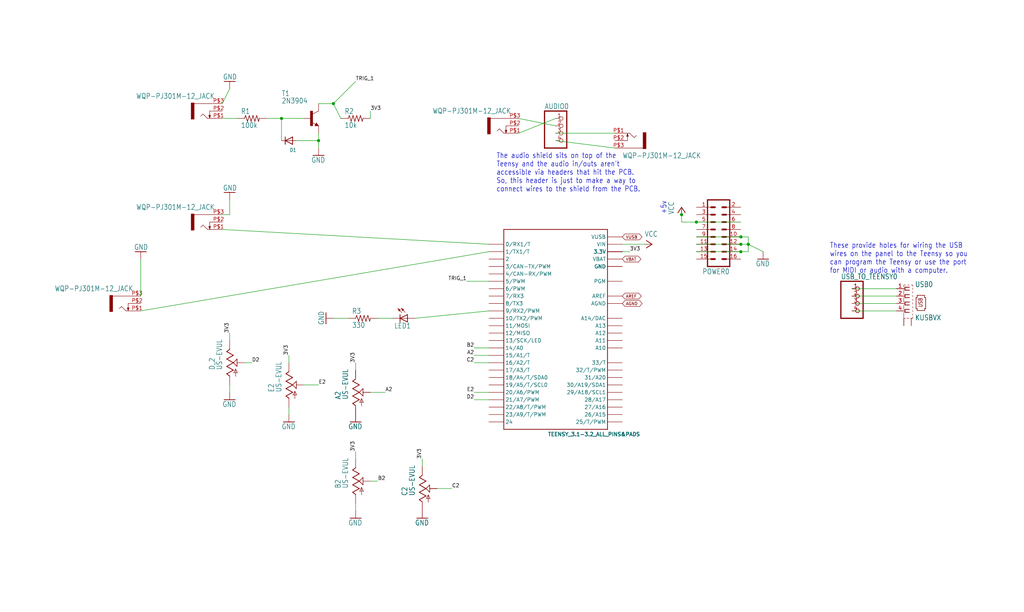
<source format=kicad_sch>
(kicad_sch (version 20230121) (generator eeschema)
  (paper "User" 351.104 210.007)
  (lib_symbols
    (symbol "A2 Drums-eagle-import:2N3904"
      (property "Reference" "T" (at -10.16 7.62 0))
      (symbol "2N3904_1_0"
        (rectangle (start -0.254 -2.54) (end 0.508 2.54) (fill (type outline)))
        (polyline (pts (xy 1.27 -2.54) (xy 1.778 -1.524)) (stroke (width 0.1524)))
        (polyline (pts (xy 1.524 -2.413) (xy 2.286 -2.413)) (stroke (width 0.254)))
        (polyline (pts (xy 1.524 -2.286) (xy 1.905 -2.286)) (stroke (width 0.254)))
        (polyline (pts (xy 1.54 -2.04) (xy 0.308 -1.424)) (stroke (width 0.1524)))
        (polyline (pts (xy 1.778 -1.778) (xy 1.524 -2.286)) (stroke (width 0.254)))
        (polyline (pts (xy 1.778 -1.524) (xy 2.54 -2.54)) (stroke (width 0.1524)))
        (polyline (pts (xy 1.905 -2.286) (xy 1.778 -2.032)) (stroke (width 0.254)))
        (polyline (pts (xy 2.286 -2.413) (xy 1.778 -1.778)) (stroke (width 0.254)))
        (polyline (pts (xy 2.54 -2.54) (xy 1.27 -2.54)) (stroke (width 0.1524)))
        (polyline (pts (xy 2.54 2.54) (xy 0.508 1.524)) (stroke (width 0.1524)))
        (pin passive line (at 2.54 5.08 270) (length 2.54) (name "C") (number "1"))
        (pin passive line (at -2.54 0 0) (length 2.54) (name "B") (number "2"))
        (pin passive line (at 2.54 -5.08 90) (length 2.54) (name "E") (number "3"))
      )
    )
    (symbol "A2 Drums-eagle-import:DIODESOD-123"
      (property "Reference" "D" (at -2.54 2.54 0))
      (symbol "DIODESOD-123_1_0"
        (polyline (pts (xy -1.27 -1.27) (xy 1.27 0)) (stroke (width 0.254)))
        (polyline (pts (xy -1.27 1.27) (xy -1.27 -1.27)) (stroke (width 0.254)))
        (polyline (pts (xy 1.27 0) (xy -1.27 1.27)) (stroke (width 0.254)))
        (polyline (pts (xy 1.27 0) (xy 1.27 -1.27)) (stroke (width 0.254)))
        (polyline (pts (xy 1.27 1.27) (xy 1.27 0)) (stroke (width 0.254)))
        (pin passive line (at -2.54 0 0) (length 2.54) (name "A") (number "A"))
        (pin passive line (at 2.54 0 180) (length 2.54) (name "C") (number "C"))
      )
    )
    (symbol "A2 Drums-eagle-import:GND" (power)
      (property "Value" "GND" (at -2.54 -2.54 0))
      (symbol "GND_1_0"
        (polyline (pts (xy -1.905 0) (xy 1.905 0)) (stroke (width 0.254)))
        (pin power_in line (at 0 2.54 270) (length 2.54) (name "GND") (number "1"))
      )
    )
    (symbol "A2 Drums-eagle-import:KUSBVX"
      (property "Reference" "X" (at 1.27 5.588 0))
      (symbol "KUSBVX_1_0"
        (polyline (pts (xy -2.54 -5.08) (xy -1.905 -5.08)) (stroke (width 0.127)))
        (polyline (pts (xy -2.54 -3.048) (xy -2.54 -5.08)) (stroke (width 0.127)))
        (polyline (pts (xy -2.54 -2.54) (xy -2.159 -2.54)) (stroke (width 0.1524)))
        (polyline (pts (xy -2.54 -0.508) (xy -2.54 -2.032)) (stroke (width 0.127)))
        (polyline (pts (xy -2.54 0) (xy -2.159 0)) (stroke (width 0.1524)))
        (polyline (pts (xy -2.54 2.032) (xy -2.54 0.508)) (stroke (width 0.127)))
        (polyline (pts (xy -2.54 2.54) (xy -2.159 2.54)) (stroke (width 0.1524)))
        (polyline (pts (xy -2.54 4.572) (xy -2.54 3.048)) (stroke (width 0.127)))
        (polyline (pts (xy -2.54 5.08) (xy -2.159 5.08)) (stroke (width 0.1524)))
        (polyline (pts (xy -2.54 6.35) (xy -2.54 5.588)) (stroke (width 0.127)))
        (polyline (pts (xy -2.159 -3.048) (xy -0.635 -3.048)) (stroke (width 0.254)))
        (polyline (pts (xy -2.159 -2.54) (xy -2.159 -3.048)) (stroke (width 0.254)))
        (polyline (pts (xy -2.159 -2.032) (xy -2.159 -2.54)) (stroke (width 0.254)))
        (polyline (pts (xy -2.159 -0.508) (xy -0.635 -0.508)) (stroke (width 0.254)))
        (polyline (pts (xy -2.159 0) (xy -2.159 -0.508)) (stroke (width 0.254)))
        (polyline (pts (xy -2.159 0.508) (xy -2.159 0)) (stroke (width 0.254)))
        (polyline (pts (xy -2.159 2.032) (xy -0.635 2.032)) (stroke (width 0.254)))
        (polyline (pts (xy -2.159 2.54) (xy -2.159 2.032)) (stroke (width 0.254)))
        (polyline (pts (xy -2.159 3.048) (xy -2.159 2.54)) (stroke (width 0.254)))
        (polyline (pts (xy -2.159 4.572) (xy -0.635 4.572)) (stroke (width 0.254)))
        (polyline (pts (xy -2.159 5.08) (xy -2.159 4.572)) (stroke (width 0.254)))
        (polyline (pts (xy -2.159 5.588) (xy -2.159 5.08)) (stroke (width 0.254)))
        (polyline (pts (xy -1.905 6.35) (xy -2.54 6.35)) (stroke (width 0.127)))
        (polyline (pts (xy -1.524 -5.08) (xy -0.762 -5.08)) (stroke (width 0.127)))
        (polyline (pts (xy -0.635 -2.032) (xy -2.159 -2.032)) (stroke (width 0.254)))
        (polyline (pts (xy -0.635 0.508) (xy -2.159 0.508)) (stroke (width 0.254)))
        (polyline (pts (xy -0.635 3.048) (xy -2.159 3.048)) (stroke (width 0.254)))
        (polyline (pts (xy -0.635 5.588) (xy -2.159 5.588)) (stroke (width 0.254)))
        (polyline (pts (xy -0.635 6.35) (xy -1.27 6.35)) (stroke (width 0.127)))
        (polyline (pts (xy -0.254 -5.08) (xy 0.508 -5.08)) (stroke (width 0.127)))
        (polyline (pts (xy 0.508 -5.08) (xy 0.508 -4.572)) (stroke (width 0.127)))
        (polyline (pts (xy 0.508 -4.064) (xy 0.508 -3.556)) (stroke (width 0.127)))
        (polyline (pts (xy 0.508 -2.794) (xy 0.508 -2.286)) (stroke (width 0.127)))
        (polyline (pts (xy 0.508 -1.524) (xy 0.508 -1.016)) (stroke (width 0.127)))
        (polyline (pts (xy 0.508 -0.254) (xy 0.508 0.254)) (stroke (width 0.127)))
        (polyline (pts (xy 0.508 1.016) (xy 0.508 1.524)) (stroke (width 0.127)))
        (polyline (pts (xy 0.508 2.286) (xy 0.508 2.794)) (stroke (width 0.127)))
        (polyline (pts (xy 0.508 3.556) (xy 0.508 4.064)) (stroke (width 0.127)))
        (polyline (pts (xy 0.508 4.826) (xy 0.508 5.334)) (stroke (width 0.127)))
        (polyline (pts (xy 0.508 5.842) (xy 0.508 6.35)) (stroke (width 0.127)))
        (polyline (pts (xy 0.508 6.35) (xy 0 6.35)) (stroke (width 0.127)))
        (polyline (pts (xy 1.651 -1.778) (xy 2.032 -1.778)) (stroke (width 0.1998)))
        (polyline (pts (xy 1.651 2.032) (xy 1.651 -1.778)) (stroke (width 0.1998)))
        (polyline (pts (xy 2.032 -2.413) (xy 4.572 -2.413)) (stroke (width 0.1998)))
        (polyline (pts (xy 2.032 -1.778) (xy 2.032 -2.413)) (stroke (width 0.1998)))
        (polyline (pts (xy 2.032 2.032) (xy 1.651 2.032)) (stroke (width 0.1998)))
        (polyline (pts (xy 2.032 2.794) (xy 2.032 2.032)) (stroke (width 0.1998)))
        (polyline (pts (xy 4.572 -2.413) (xy 4.572 -1.778)) (stroke (width 0.1998)))
        (polyline (pts (xy 4.572 -1.778) (xy 4.953 -1.778)) (stroke (width 0.1998)))
        (polyline (pts (xy 4.572 2.032) (xy 4.572 2.794)) (stroke (width 0.1998)))
        (polyline (pts (xy 4.572 2.794) (xy 2.032 2.794)) (stroke (width 0.1998)))
        (polyline (pts (xy 4.953 -1.778) (xy 4.953 2.032)) (stroke (width 0.1998)))
        (polyline (pts (xy 4.953 2.032) (xy 4.572 2.032)) (stroke (width 0.1998)))
        (text "USB" (at 3.937 -1.397 900) (effects (font (size 1.27 1.0795)) (justify left bottom)))
        (pin passive line (at -5.08 5.08 0) (length 2.54) (name "1") (number "1"))
        (pin passive line (at -5.08 2.54 0) (length 2.54) (name "2") (number "2"))
        (pin passive line (at -5.08 0 0) (length 2.54) (name "3") (number "3"))
        (pin passive line (at -5.08 -2.54 0) (length 2.54) (name "4") (number "4"))
        (pin passive line (at -2.54 -7.62 90) (length 2.54) (name "S1") (number "M1"))
        (pin passive line (at 0 -7.62 90) (length 2.54) (name "S2") (number "M2"))
      )
    )
    (symbol "A2 Drums-eagle-import:LED3MM"
      (property "Reference" "LED" (at 3.556 -4.572 90))
      (symbol "LED3MM_1_0"
        (polyline (pts (xy -2.032 -0.762) (xy -3.429 -2.159)) (stroke (width 0.1524)))
        (polyline (pts (xy -1.905 -1.905) (xy -3.302 -3.302)) (stroke (width 0.1524)))
        (polyline (pts (xy 0 -2.54) (xy -1.27 -2.54)) (stroke (width 0.254)))
        (polyline (pts (xy 0 -2.54) (xy -1.27 0)) (stroke (width 0.254)))
        (polyline (pts (xy 0 0) (xy -1.27 0)) (stroke (width 0.254)))
        (polyline (pts (xy 0 0) (xy 0 -2.54)) (stroke (width 0.1524)))
        (polyline (pts (xy 1.27 -2.54) (xy 0 -2.54)) (stroke (width 0.254)))
        (polyline (pts (xy 1.27 0) (xy 0 -2.54)) (stroke (width 0.254)))
        (polyline (pts (xy 1.27 0) (xy 0 0)) (stroke (width 0.254)))
        (polyline (pts (xy -3.429 -2.159) (xy -3.048 -1.27) (xy -2.54 -1.778)) (stroke (width 0.1524)) (fill (type outline)))
        (polyline (pts (xy -3.302 -3.302) (xy -2.921 -2.413) (xy -2.413 -2.921)) (stroke (width 0.1524)) (fill (type outline)))
        (pin passive line (at 0 2.54 270) (length 2.54) (name "A") (number "A"))
        (pin passive line (at 0 -5.08 90) (length 2.54) (name "C") (number "K"))
      )
    )
    (symbol "A2 Drums-eagle-import:MA08-2"
      (property "Reference" "SV" (at -3.81 13.462 0))
      (symbol "MA08-2_1_0"
        (polyline (pts (xy -3.81 12.7) (xy -3.81 -10.16)) (stroke (width 0.4064)))
        (polyline (pts (xy -3.81 12.7) (xy 3.81 12.7)) (stroke (width 0.4064)))
        (polyline (pts (xy -2.54 -7.62) (xy -1.27 -7.62)) (stroke (width 0.6096)))
        (polyline (pts (xy -2.54 -5.08) (xy -1.27 -5.08)) (stroke (width 0.6096)))
        (polyline (pts (xy -2.54 -2.54) (xy -1.27 -2.54)) (stroke (width 0.6096)))
        (polyline (pts (xy -2.54 0) (xy -1.27 0)) (stroke (width 0.6096)))
        (polyline (pts (xy -2.54 2.54) (xy -1.27 2.54)) (stroke (width 0.6096)))
        (polyline (pts (xy -2.54 5.08) (xy -1.27 5.08)) (stroke (width 0.6096)))
        (polyline (pts (xy -2.54 7.62) (xy -1.27 7.62)) (stroke (width 0.6096)))
        (polyline (pts (xy -2.54 10.16) (xy -1.27 10.16)) (stroke (width 0.6096)))
        (polyline (pts (xy 1.27 -7.62) (xy 2.54 -7.62)) (stroke (width 0.6096)))
        (polyline (pts (xy 1.27 -5.08) (xy 2.54 -5.08)) (stroke (width 0.6096)))
        (polyline (pts (xy 1.27 -2.54) (xy 2.54 -2.54)) (stroke (width 0.6096)))
        (polyline (pts (xy 1.27 0) (xy 2.54 0)) (stroke (width 0.6096)))
        (polyline (pts (xy 1.27 2.54) (xy 2.54 2.54)) (stroke (width 0.6096)))
        (polyline (pts (xy 1.27 5.08) (xy 2.54 5.08)) (stroke (width 0.6096)))
        (polyline (pts (xy 1.27 7.62) (xy 2.54 7.62)) (stroke (width 0.6096)))
        (polyline (pts (xy 1.27 10.16) (xy 2.54 10.16)) (stroke (width 0.6096)))
        (polyline (pts (xy 3.81 -10.16) (xy -3.81 -10.16)) (stroke (width 0.4064)))
        (polyline (pts (xy 3.81 -10.16) (xy 3.81 12.7)) (stroke (width 0.4064)))
        (pin passive line (at 7.62 -7.62 180) (length 5.08) (name "1") (number "1"))
        (pin passive line (at -7.62 2.54 0) (length 5.08) (name "10") (number "10"))
        (pin passive line (at 7.62 5.08 180) (length 5.08) (name "11") (number "11"))
        (pin passive line (at -7.62 5.08 0) (length 5.08) (name "12") (number "12"))
        (pin passive line (at 7.62 7.62 180) (length 5.08) (name "13") (number "13"))
        (pin passive line (at -7.62 7.62 0) (length 5.08) (name "14") (number "14"))
        (pin passive line (at 7.62 10.16 180) (length 5.08) (name "15") (number "15"))
        (pin passive line (at -7.62 10.16 0) (length 5.08) (name "16") (number "16"))
        (pin passive line (at -7.62 -7.62 0) (length 5.08) (name "2") (number "2"))
        (pin passive line (at 7.62 -5.08 180) (length 5.08) (name "3") (number "3"))
        (pin passive line (at -7.62 -5.08 0) (length 5.08) (name "4") (number "4"))
        (pin passive line (at 7.62 -2.54 180) (length 5.08) (name "5") (number "5"))
        (pin passive line (at -7.62 -2.54 0) (length 5.08) (name "6") (number "6"))
        (pin passive line (at 7.62 0 180) (length 5.08) (name "7") (number "7"))
        (pin passive line (at -7.62 0 0) (length 5.08) (name "8") (number "8"))
        (pin passive line (at 7.62 2.54 180) (length 5.08) (name "9") (number "9"))
      )
    )
    (symbol "A2 Drums-eagle-import:PINHD-1X4"
      (property "Reference" "JP" (at -6.35 8.255 0))
      (symbol "PINHD-1X4_1_0"
        (polyline (pts (xy -6.35 -5.08) (xy 1.27 -5.08)) (stroke (width 0.4064)))
        (polyline (pts (xy -6.35 7.62) (xy -6.35 -5.08)) (stroke (width 0.4064)))
        (polyline (pts (xy 1.27 -5.08) (xy 1.27 7.62)) (stroke (width 0.4064)))
        (polyline (pts (xy 1.27 7.62) (xy -6.35 7.62)) (stroke (width 0.4064)))
        (pin passive inverted (at -2.54 5.08 0) (length 2.54) (name "1") (number "1"))
        (pin passive inverted (at -2.54 2.54 0) (length 2.54) (name "2") (number "2"))
        (pin passive inverted (at -2.54 0 0) (length 2.54) (name "3") (number "3"))
        (pin passive inverted (at -2.54 -2.54 0) (length 2.54) (name "4") (number "4"))
      )
    )
    (symbol "A2 Drums-eagle-import:R-US_R0805"
      (property "Reference" "R" (at -3.81 1.4986 0))
      (symbol "R-US_R0805_1_0"
        (polyline (pts (xy -2.54 0) (xy -2.159 1.016)) (stroke (width 0.2032)))
        (polyline (pts (xy -2.159 1.016) (xy -1.524 -1.016)) (stroke (width 0.2032)))
        (polyline (pts (xy -1.524 -1.016) (xy -0.889 1.016)) (stroke (width 0.2032)))
        (polyline (pts (xy -0.889 1.016) (xy -0.254 -1.016)) (stroke (width 0.2032)))
        (polyline (pts (xy -0.254 -1.016) (xy 0.381 1.016)) (stroke (width 0.2032)))
        (polyline (pts (xy 0.381 1.016) (xy 1.016 -1.016)) (stroke (width 0.2032)))
        (polyline (pts (xy 1.016 -1.016) (xy 1.651 1.016)) (stroke (width 0.2032)))
        (polyline (pts (xy 1.651 1.016) (xy 2.286 -1.016)) (stroke (width 0.2032)))
        (polyline (pts (xy 2.286 -1.016) (xy 2.54 0)) (stroke (width 0.2032)))
        (pin passive line (at -5.08 0 0) (length 2.54) (name "1") (number "1"))
        (pin passive line (at 5.08 0 180) (length 2.54) (name "2") (number "2"))
      )
    )
    (symbol "A2 Drums-eagle-import:TEENSY_3.1-3.2_ALL_PINS&PADS"
      (symbol "TEENSY_3.1-3.2_ALL_PINS&PADS_1_0"
        (polyline (pts (xy -17.78 -35.56) (xy 17.78 -35.56)) (stroke (width 0.254)))
        (polyline (pts (xy -17.78 33.02) (xy -17.78 -35.56)) (stroke (width 0.254)))
        (polyline (pts (xy 17.78 -35.56) (xy 17.78 33.02)) (stroke (width 0.254)))
        (polyline (pts (xy 17.78 33.02) (xy -17.78 33.02)) (stroke (width 0.254)))
        (pin bidirectional line (at -22.86 27.94 0) (length 5.08) (name "0/RX1/T") (number "0"))
        (pin bidirectional line (at -22.86 25.4 0) (length 5.08) (name "1/TX1/T") (number "1"))
        (pin bidirectional line (at -22.86 2.54 0) (length 5.08) (name "10/TX2/PWM") (number "10"))
        (pin bidirectional line (at -22.86 0 0) (length 5.08) (name "11/MOSI") (number "11"))
        (pin bidirectional line (at -22.86 -2.54 0) (length 5.08) (name "12/MISO") (number "12"))
        (pin bidirectional line (at -22.86 -5.08 0) (length 5.08) (name "13/SCK/LED") (number "13"))
        (pin bidirectional line (at -22.86 -7.62 0) (length 5.08) (name "14/A0") (number "14/A0"))
        (pin bidirectional line (at -22.86 -10.16 0) (length 5.08) (name "15/A1/T") (number "15/A1"))
        (pin bidirectional line (at -22.86 -12.7 0) (length 5.08) (name "16/A2/T") (number "16/A2"))
        (pin bidirectional line (at -22.86 -15.24 0) (length 5.08) (name "17/A3/T") (number "17/A3"))
        (pin bidirectional line (at -22.86 -17.78 0) (length 5.08) (name "18/A4/T/SDA0") (number "18/A4"))
        (pin bidirectional line (at -22.86 -20.32 0) (length 5.08) (name "19/A5/T/SCL0") (number "19/A5"))
        (pin bidirectional line (at -22.86 22.86 0) (length 5.08) (name "2") (number "2"))
        (pin bidirectional line (at -22.86 -22.86 0) (length 5.08) (name "20/A6/PWM") (number "20/A6"))
        (pin bidirectional line (at -22.86 -25.4 0) (length 5.08) (name "21/A7/PWM") (number "21/A7"))
        (pin bidirectional line (at -22.86 -27.94 0) (length 5.08) (name "22/A8/T/PWM") (number "22/A8"))
        (pin bidirectional line (at -22.86 -30.48 0) (length 5.08) (name "23/A9/T/PWM") (number "23/A9"))
        (pin bidirectional line (at -22.86 -33.02 0) (length 5.08) (name "24") (number "24"))
        (pin bidirectional line (at 22.86 -33.02 180) (length 5.08) (name "25/T/PWM") (number "25"))
        (pin bidirectional line (at 22.86 -30.48 180) (length 5.08) (name "26/A15") (number "26"))
        (pin bidirectional line (at 22.86 -27.94 180) (length 5.08) (name "27/A16") (number "27"))
        (pin bidirectional line (at 22.86 -25.4 180) (length 5.08) (name "28/A17") (number "28"))
        (pin bidirectional line (at 22.86 -22.86 180) (length 5.08) (name "29/A18/SCL1") (number "29"))
        (pin bidirectional line (at -22.86 20.32 0) (length 5.08) (name "3/CAN-TX/PWM") (number "3"))
        (pin power_in line (at 22.86 25.4 180) (length 5.08) (name "3.3V") (number "3.3V"))
        (pin power_in line (at 22.86 25.4 180) (length 5.08) (name "3.3V") (number "3.3V1"))
        (pin power_in line (at 22.86 25.4 180) (length 5.08) (name "3.3V") (number "3.3V2"))
        (pin bidirectional line (at 22.86 -20.32 180) (length 5.08) (name "30/A19/SDA1") (number "30"))
        (pin bidirectional line (at 22.86 -17.78 180) (length 5.08) (name "31/A20") (number "31"))
        (pin bidirectional line (at 22.86 -15.24 180) (length 5.08) (name "32/T/PWM") (number "32"))
        (pin bidirectional line (at 22.86 -12.7 180) (length 5.08) (name "33/T") (number "33"))
        (pin bidirectional line (at -22.86 17.78 0) (length 5.08) (name "4/CAN-RX/PWM") (number "4"))
        (pin bidirectional line (at -22.86 15.24 0) (length 5.08) (name "5/PWM") (number "5"))
        (pin bidirectional line (at -22.86 12.7 0) (length 5.08) (name "6/PWM") (number "6"))
        (pin bidirectional line (at -22.86 10.16 0) (length 5.08) (name "7/RX3") (number "7"))
        (pin bidirectional line (at -22.86 7.62 0) (length 5.08) (name "8/TX3") (number "8"))
        (pin bidirectional line (at -22.86 5.08 0) (length 5.08) (name "9/RX2/PWM") (number "9"))
        (pin bidirectional line (at 22.86 -7.62 180) (length 5.08) (name "A10") (number "A10"))
        (pin bidirectional line (at 22.86 -5.08 180) (length 5.08) (name "A11") (number "A11"))
        (pin bidirectional line (at 22.86 -2.54 180) (length 5.08) (name "A12") (number "A12"))
        (pin bidirectional line (at 22.86 0 180) (length 5.08) (name "A13") (number "A13"))
        (pin power_in line (at 22.86 7.62 180) (length 5.08) (name "AGND") (number "AGND"))
        (pin power_in line (at 22.86 10.16 180) (length 5.08) (name "AREF") (number "AREF"))
        (pin power_in line (at 22.86 20.32 180) (length 5.08) (name "GND") (number "GND"))
        (pin power_in line (at 22.86 20.32 180) (length 5.08) (name "GND") (number "GND1"))
        (pin power_in line (at 22.86 20.32 180) (length 5.08) (name "GND") (number "GND2"))
        (pin bidirectional line (at 22.86 15.24 180) (length 5.08) (name "PGM") (number "PGM"))
        (pin bidirectional line (at 22.86 2.54 180) (length 5.08) (name "A14/DAC") (number "RESET/DAC"))
        (pin power_in line (at 22.86 22.86 180) (length 5.08) (name "VBAT") (number "VBAT"))
        (pin power_in line (at 22.86 27.94 180) (length 5.08) (name "VIN") (number "VIN"))
        (pin power_in line (at 22.86 30.48 180) (length 5.08) (name "VUSB") (number "VUSB"))
      )
    )
    (symbol "A2 Drums-eagle-import:US-EVUL"
      (property "Reference" "R" (at -5.08 -2.54 90))
      (symbol "US-EVUL_1_0"
        (polyline (pts (xy -1.016 -3.81) (xy 1.27 -2.54)) (stroke (width 0.254)))
        (polyline (pts (xy -1.016 -1.27) (xy 1.27 0)) (stroke (width 0.254)))
        (polyline (pts (xy -1.016 1.27) (xy 1.27 2.54)) (stroke (width 0.254)))
        (polyline (pts (xy -1.016 3.81) (xy 0 4.572)) (stroke (width 0.254)))
        (polyline (pts (xy 0 -5.08) (xy 0 -4.572)) (stroke (width 0.1524)))
        (polyline (pts (xy 0 -4.572) (xy -1.016 -3.81)) (stroke (width 0.254)))
        (polyline (pts (xy 0 4.572) (xy 0 5.08)) (stroke (width 0.1524)))
        (polyline (pts (xy 1.27 -2.54) (xy -1.016 -1.27)) (stroke (width 0.254)))
        (polyline (pts (xy 1.27 0) (xy -1.016 1.27)) (stroke (width 0.254)))
        (polyline (pts (xy 1.27 0) (xy 2.54 1.27)) (stroke (width 0.2032)))
        (polyline (pts (xy 1.27 2.54) (xy -1.016 3.81)) (stroke (width 0.254)))
        (polyline (pts (xy 1.397 -3.429) (xy 2.032 -2.159)) (stroke (width 0.1524)))
        (polyline (pts (xy 2.032 -4.699) (xy 2.032 -2.159)) (stroke (width 0.1524)))
        (polyline (pts (xy 2.032 -2.159) (xy 2.667 -3.429)) (stroke (width 0.1524)))
        (polyline (pts (xy 2.54 -1.27) (xy 1.27 0)) (stroke (width 0.2032)))
        (polyline (pts (xy 2.54 1.27) (xy 2.54 -1.27)) (stroke (width 0.2032)))
        (polyline (pts (xy 2.667 -3.429) (xy 1.397 -3.429)) (stroke (width 0.1524)))
        (pin passive line (at 0 -7.62 90) (length 2.54) (name "A") (number "1"))
        (pin passive line (at 5.08 0 180) (length 2.54) (name "S") (number "2"))
        (pin passive line (at 0 7.62 270) (length 2.54) (name "E") (number "3"))
      )
    )
    (symbol "A2 Drums-eagle-import:VCC" (power)
      (property "Value" "VCC" (at -2.54 -2.54 90))
      (symbol "VCC_1_0"
        (polyline (pts (xy 0 0) (xy -1.27 -1.905)) (stroke (width 0.254)))
        (polyline (pts (xy 1.27 -1.905) (xy 0 0)) (stroke (width 0.254)))
        (pin power_in line (at 0 -2.54 90) (length 2.54) (name "VCC") (number "1"))
      )
    )
    (symbol "A2 Drums-eagle-import:WQP-PJ301M-12_JACK"
      (symbol "WQP-PJ301M-12_JACK_1_0"
        (polyline (pts (xy -2.54 -2.54) (xy 4.572 -2.54)) (stroke (width 0.1524)))
        (polyline (pts (xy -2.54 0) (xy -0.762 0)) (stroke (width 0.1524)))
        (polyline (pts (xy -2.54 2.54) (xy 0 2.54)) (stroke (width 0.1524)))
        (polyline (pts (xy -1.016 1.524) (xy -0.508 1.524)) (stroke (width 0.254)))
        (polyline (pts (xy -0.762 0) (xy -0.762 2.286)) (stroke (width 0.1524)))
        (polyline (pts (xy -0.762 2.286) (xy -1.016 1.524)) (stroke (width 0.254)))
        (polyline (pts (xy -0.508 1.524) (xy -0.762 2.286)) (stroke (width 0.254)))
        (polyline (pts (xy 0 2.54) (xy 1.524 1.016)) (stroke (width 0.1524)))
        (polyline (pts (xy 1.524 1.016) (xy 2.286 1.778)) (stroke (width 0.1524)))
        (rectangle (start 4.572 2.794) (end 5.588 -2.794) (fill (type outline)))
        (pin passive line (at -5.08 2.54 0) (length 2.54) (name "2") (number "P$1"))
        (pin passive line (at -5.08 0 0) (length 2.54) (name "3") (number "P$2"))
        (pin passive line (at -5.08 -2.54 0) (length 2.54) (name "1") (number "P$3"))
      )
    )
  )
  (junction (at 109.22 48.26))
  (junction (at 233.68 73.66))
  (junction (at 254 83.82))
  (junction (at 256.54 83.82))
  (junction (at 254 86.36))
  (junction (at 238.76 76.2))
  (junction (at 96.52 40.64))
  (junction (at 114.3 35.56))
  (junction (at 254 81.28))
  (wire (pts (xy 78.74 134.62) (xy 78.74 132.08)) (stroke (width 0.1524)))
  (wire (pts (xy 114.3 35.56) (xy 116.84 40.64)) (stroke (width 0.1524)))
  (wire (pts (xy 48.26 106.68) (xy 167.64 86.36)) (stroke (width 0.1524)))
  (wire (pts (xy 177.8 45.72) (xy 190.5 40.64)) (stroke (width 0.1524)))
  (wire (pts (xy 160.02 96.52) (xy 167.64 96.52)) (stroke (width 0.1524)))
  (wire (pts (xy 83.82 124.46) (xy 86.36 124.46)) (stroke (width 0.1524)))
  (wire (pts (xy 109.22 48.26) (xy 101.6 48.26)) (stroke (width 0.1524)))
  (wire (pts (xy 99.06 124.46) (xy 99.06 121.92)) (stroke (width 0.1524)))
  (wire (pts (xy 238.76 76.2) (xy 233.68 76.2)) (stroke (width 0.1524)))
  (wire (pts (xy 233.68 76.2) (xy 233.68 73.66)) (stroke (width 0.1524)))
  (wire (pts (xy 256.54 86.36) (xy 256.54 83.82)) (stroke (width 0.1524)))
  (wire (pts (xy 254 83.82) (xy 238.76 83.82)) (stroke (width 0.1524)))
  (wire (pts (xy 121.92 172.72) (xy 121.92 175.26)) (stroke (width 0.1524)))
  (wire (pts (xy 109.22 45.72) (xy 109.22 48.26)) (stroke (width 0.1524)))
  (wire (pts (xy 233.68 73.66) (xy 233.68 71.12)) (stroke (width 0.1524)))
  (wire (pts (xy 119.38 109.22) (xy 114.3 109.22)) (stroke (width 0.1524)))
  (wire (pts (xy 162.56 137.16) (xy 167.64 137.16)) (stroke (width 0.1524)))
  (wire (pts (xy 127 165.1) (xy 129.54 165.1)) (stroke (width 0.1524)))
  (wire (pts (xy 149.86 167.64) (xy 154.94 167.64)) (stroke (width 0.1524)))
  (wire (pts (xy 114.3 35.56) (xy 121.92 27.94)) (stroke (width 0.1524)))
  (wire (pts (xy 109.22 35.56) (xy 114.3 35.56)) (stroke (width 0.1524)))
  (wire (pts (xy 256.54 81.28) (xy 254 81.28)) (stroke (width 0.1524)))
  (wire (pts (xy 213.36 86.36) (xy 215.9 86.36)) (stroke (width 0.1524)))
  (wire (pts (xy 76.2 40.64) (xy 81.28 40.64)) (stroke (width 0.1524)))
  (wire (pts (xy 109.22 48.26) (xy 109.22 50.8)) (stroke (width 0.1524)))
  (wire (pts (xy 307.34 104.14) (xy 292.1 104.14)) (stroke (width 0.1524)))
  (wire (pts (xy 254 86.36) (xy 256.54 86.36)) (stroke (width 0.1524)))
  (wire (pts (xy 307.34 99.06) (xy 292.1 99.06)) (stroke (width 0.1524)))
  (wire (pts (xy 127 40.64) (xy 127 38.1)) (stroke (width 0.1524)))
  (wire (pts (xy 254 81.28) (xy 238.76 81.28)) (stroke (width 0.1524)))
  (wire (pts (xy 213.36 83.82) (xy 220.98 83.82)) (stroke (width 0.1524)))
  (wire (pts (xy 99.06 139.7) (xy 99.06 142.24)) (stroke (width 0.1524)))
  (wire (pts (xy 96.52 48.26) (xy 96.52 40.64)) (stroke (width 0.1524)))
  (wire (pts (xy 127 134.62) (xy 132.08 134.62)) (stroke (width 0.1524)))
  (wire (pts (xy 48.26 101.6) (xy 48.26 88.9)) (stroke (width 0.1524)))
  (wire (pts (xy 307.34 101.6) (xy 292.1 101.6)) (stroke (width 0.1524)))
  (wire (pts (xy 142.24 109.22) (xy 167.64 106.68)) (stroke (width 0.1524)))
  (wire (pts (xy 78.74 30.48) (xy 76.2 35.56)) (stroke (width 0.1524)))
  (wire (pts (xy 162.56 134.62) (xy 167.64 134.62)) (stroke (width 0.1524)))
  (wire (pts (xy 256.54 83.82) (xy 261.62 86.36)) (stroke (width 0.1524)))
  (wire (pts (xy 76.2 73.66) (xy 78.74 73.66)) (stroke (width 0.1524)))
  (wire (pts (xy 76.2 78.74) (xy 167.64 83.82)) (stroke (width 0.1524)))
  (wire (pts (xy 121.92 154.94) (xy 121.92 157.48)) (stroke (width 0.1524)))
  (wire (pts (xy 162.56 124.46) (xy 167.64 124.46)) (stroke (width 0.1524)))
  (wire (pts (xy 91.44 40.64) (xy 96.52 40.64)) (stroke (width 0.1524)))
  (wire (pts (xy 121.92 124.46) (xy 121.92 127)) (stroke (width 0.1524)))
  (wire (pts (xy 144.78 160.02) (xy 144.78 157.48)) (stroke (width 0.1524)))
  (wire (pts (xy 210.82 50.8) (xy 190.5 48.26)) (stroke (width 0.1524)))
  (wire (pts (xy 162.56 119.38) (xy 167.64 119.38)) (stroke (width 0.1524)))
  (wire (pts (xy 256.54 83.82) (xy 256.54 81.28)) (stroke (width 0.1524)))
  (wire (pts (xy 104.14 132.08) (xy 109.22 132.08)) (stroke (width 0.1524)))
  (wire (pts (xy 210.82 45.72) (xy 190.5 45.72)) (stroke (width 0.1524)))
  (wire (pts (xy 162.56 121.92) (xy 167.64 121.92)) (stroke (width 0.1524)))
  (wire (pts (xy 177.8 40.64) (xy 190.5 43.18)) (stroke (width 0.1524)))
  (wire (pts (xy 78.74 73.66) (xy 78.74 68.58)) (stroke (width 0.1524)))
  (wire (pts (xy 307.34 106.68) (xy 292.1 106.68)) (stroke (width 0.1524)))
  (wire (pts (xy 254 86.36) (xy 238.76 86.36)) (stroke (width 0.1524)))
  (wire (pts (xy 78.74 114.3) (xy 78.74 116.84)) (stroke (width 0.1524)))
  (wire (pts (xy 254 76.2) (xy 238.76 76.2)) (stroke (width 0.1524)))
  (wire (pts (xy 254 83.82) (xy 256.54 83.82)) (stroke (width 0.1524)))
  (wire (pts (xy 96.52 40.64) (xy 104.14 40.64)) (stroke (width 0.1524)))
  (wire (pts (xy 134.62 109.22) (xy 129.54 109.22)) (stroke (width 0.1524)))
  (text "+5v" (at 228.6 73.66 90) (effects (font (size 1.778 1.5113)) (justify left bottom)))
  (text "These provide holes for wiring the USB\nwires on the panel to the Teensy so you\ncan program the Teensy or use the port\nfor MIDI or audio with a computer." (at 284.48 93.98 0) (effects (font (size 1.778 1.5113)) (justify left bottom)))
  (text "The audio shield sits on top of the\nTeensy and the audio in/outs aren't\naccessible via headers that hit the PCB.\nSo, this header is just to make a way to\nconnect wires to the shield from the PCB." (at 170.18 66.04 0) (effects (font (size 1.778 1.5113)) (justify left bottom)))
  (label "D2" (at 162.56 137.16 180) (effects (font (size 1.2446 1.2446))))
  (label "3V3" (at 144.78 157.48 90) (effects (font (size 1.2446 1.2446))))
  (label "A2" (at 132.08 134.62 0) (effects (font (size 1.2446 1.2446))))
  (label "3V3" (at 215.9 86.36 0) (effects (font (size 1.2446 1.2446))))
  (label "3V3" (at 99.06 121.92 90) (effects (font (size 1.2446 1.2446))))
  (label "C2" (at 162.56 124.46 180) (effects (font (size 1.2446 1.2446))))
  (label "A2" (at 162.56 121.92 180) (effects (font (size 1.2446 1.2446))))
  (label "TRIG_1" (at 160.02 96.52 180) (effects (font (size 1.2446 1.2446))))
  (label "C2" (at 154.94 167.64 0) (effects (font (size 1.2446 1.2446))))
  (label "TRIG_1" (at 121.92 27.94 0) (effects (font (size 1.2446 1.2446))))
  (label "E2" (at 162.56 134.62 180) (effects (font (size 1.2446 1.2446))))
  (label "E2" (at 109.22 132.08 0) (effects (font (size 1.2446 1.2446))))
  (label "3V3" (at 78.74 114.3 90) (effects (font (size 1.2446 1.2446))))
  (label "3V3" (at 121.92 124.46 90) (effects (font (size 1.2446 1.2446))))
  (label "B2" (at 129.54 165.1 0) (effects (font (size 1.2446 1.2446))))
  (label "3V3" (at 127 38.1 0) (effects (font (size 1.2446 1.2446))))
  (label "D2" (at 86.36 124.46 0) (effects (font (size 1.2446 1.2446))))
  (label "3V3" (at 121.92 154.94 90) (effects (font (size 1.2446 1.2446))))
  (label "B2" (at 162.56 119.38 180) (effects (font (size 1.2446 1.2446))))
  (global_label "AREF" (shape bidirectional) (at 213.36 101.6 0) (effects (font (size 1.016 1.016))) (property "Intersheetrefs" "${INTERSHEET_REFS}" (effects hide)))
  (global_label "VBAT" (shape bidirectional) (at 213.36 88.9 0) (effects (font (size 1.016 1.016))) (property "Intersheetrefs" "${INTERSHEET_REFS}" (effects hide)))
  (global_label "AGND" (shape bidirectional) (at 213.36 104.14 0) (effects (font (size 1.016 1.016))) (property "Intersheetrefs" "${INTERSHEET_REFS}" (effects hide)))
  (global_label "VUSB" (shape bidirectional) (at 213.36 81.28 0) (effects (font (size 1.016 1.016))) (property "Intersheetrefs" "${INTERSHEET_REFS}" (effects hide)))
  (symbol (lib_id "A2 Drums-eagle-import:GND") (at 99.06 144.78 0) (unit 1)
    (property "Reference" "#GND19" (effects hide))
    (property "Value" "GND" (at 96.52 147.32 0) (effects (font (size 1.778 1.5113)) (justify left bottom)))
  )
  (symbol (lib_id "A2 Drums-eagle-import:WQP-PJ301M-12_JACK") (at 172.72 43.18 180) (unit 1)
    (property "Reference" "AUD_IN_R0" (effects hide))
    (property "Value" "WQP-PJ301M-12_JACK" (at 175.26 37.084 0) (effects (font (size 1.778 1.5113)) (justify left bottom)))
    (property "Footprint" "A2 Drums:WQP-PJ301M-12_JACK" (effects hide))
  )
  (symbol (lib_id "A2 Drums-eagle-import:R-US_R0805") (at 124.46 109.22 0) (unit 1)
    (property "Reference" "R3" (at 120.65 107.7214 0) (effects (font (size 1.778 1.5113)) (justify left bottom)))
    (property "Value" "330" (at 120.65 112.522 0) (effects (font (size 1.778 1.5113)) (justify left bottom)))
    (property "Footprint" "A2 Drums:R0805" (effects hide))
  )
  (symbol (lib_id "A2 Drums-eagle-import:PINHD-1X4") (at 294.64 104.14 0) (unit 1)
    (property "Reference" "USB_TO_TEENSY0" (at 288.29 95.885 0) (effects (font (size 1.778 1.5113)) (justify left bottom)))
    (property "Value" "PINHD-1X4" (effects hide))
    (property "Footprint" "A2 Drums:1X04" (effects hide))
  )
  (symbol (lib_id "A2 Drums-eagle-import:R-US_R0805") (at 86.36 40.64 0) (unit 1)
    (property "Reference" "R1" (at 82.55 39.1414 0) (effects (font (size 1.778 1.5113)) (justify left bottom)))
    (property "Value" "100k" (at 82.55 43.942 0) (effects (font (size 1.778 1.5113)) (justify left bottom)))
    (property "Footprint" "A2 Drums:R0805" (effects hide))
  )
  (symbol (lib_id "A2 Drums-eagle-import:WQP-PJ301M-12_JACK") (at 215.9 48.26 0) (unit 1)
    (property "Reference" "AUD_OUT0" (effects hide))
    (property "Value" "WQP-PJ301M-12_JACK" (at 213.36 54.356 0) (effects (font (size 1.778 1.5113)) (justify left bottom)))
    (property "Footprint" "A2 Drums:WQP-PJ301M-12_JACK" (effects hide))
  )
  (symbol (lib_id "A2 Drums-eagle-import:WQP-PJ301M-12_JACK") (at 71.12 76.2 180) (unit 1)
    (property "Reference" "CD_IN0" (effects hide))
    (property "Value" "WQP-PJ301M-12_JACK" (at 73.66 70.104 0) (effects (font (size 1.778 1.5113)) (justify left bottom)))
    (property "Footprint" "A2 Drums:WQP-PJ301M-12_JACK" (effects hide))
  )
  (symbol (lib_id "A2 Drums-eagle-import:PINHD-1X4") (at 193.04 45.72 0) (unit 1)
    (property "Reference" "AUDIO0" (at 186.69 37.465 0) (effects (font (size 1.778 1.5113)) (justify left bottom)))
    (property "Value" "PINHD-1X4" (effects hide))
    (property "Footprint" "A2 Drums:1X04" (effects hide))
  )
  (symbol (lib_id "A2 Drums-eagle-import:GND") (at 121.92 144.78 0) (unit 1)
    (property "Reference" "#GND18" (effects hide))
    (property "Value" "GND" (at 119.38 147.32 0) (effects (font (size 1.778 1.5113)) (justify left bottom)))
  )
  (symbol (lib_id "A2 Drums-eagle-import:US-EVUL") (at 144.78 167.64 0) (unit 1)
    (property "Reference" "C2" (at 139.7 170.18 90) (effects (font (size 1.778 1.5113)) (justify left bottom)))
    (property "Value" "US-EVUL" (at 142.24 170.18 90) (effects (font (size 1.778 1.5113)) (justify left bottom)))
    (property "Footprint" "A2 Drums:EVUFXL" (effects hide))
  )
  (symbol (lib_id "A2 Drums-eagle-import:VCC") (at 233.68 71.12 0) (unit 1)
    (property "Reference" "#P+1" (effects hide))
    (property "Value" "VCC" (at 231.14 73.66 90) (effects (font (size 1.778 1.5113)) (justify left bottom)))
  )
  (symbol (lib_id "A2 Drums-eagle-import:GND") (at 111.76 109.22 270) (unit 1)
    (property "Reference" "#GND6" (effects hide))
    (property "Value" "GND" (at 109.22 106.68 0) (effects (font (size 1.778 1.5113)) (justify left bottom)))
  )
  (symbol (lib_id "A2 Drums-eagle-import:GND") (at 121.92 177.8 0) (unit 1)
    (property "Reference" "#GND21" (effects hide))
    (property "Value" "GND" (at 119.38 180.34 0) (effects (font (size 1.778 1.5113)) (justify left bottom)))
  )
  (symbol (lib_id "A2 Drums-eagle-import:GND") (at 78.74 66.04 180) (unit 1)
    (property "Reference" "#GND2" (effects hide))
    (property "Value" "GND" (at 81.28 63.5 0) (effects (font (size 1.778 1.5113)) (justify left bottom)))
  )
  (symbol (lib_id "A2 Drums-eagle-import:GND") (at 78.74 137.16 0) (unit 1)
    (property "Reference" "#GND23" (effects hide))
    (property "Value" "GND" (at 76.2 139.7 0) (effects (font (size 1.778 1.5113)) (justify left bottom)))
  )
  (symbol (lib_id "A2 Drums-eagle-import:US-EVUL") (at 99.06 132.08 0) (unit 1)
    (property "Reference" "E2" (at 93.98 134.62 90) (effects (font (size 1.778 1.5113)) (justify left bottom)))
    (property "Value" "US-EVUL" (at 96.52 134.62 90) (effects (font (size 1.778 1.5113)) (justify left bottom)))
    (property "Footprint" "A2 Drums:EVUFXL" (effects hide))
  )
  (symbol (lib_id "A2 Drums-eagle-import:DIODESOD-123") (at 99.06 48.26 180) (unit 1)
    (property "Reference" "D1" (at 101.6 50.8 0) (effects (font (size 1.27 1.0795)) (justify left bottom)))
    (property "Value" "DIODESOD-123" (effects hide))
    (property "Footprint" "A2 Drums:SOD-123" (effects hide))
  )
  (symbol (lib_id "A2 Drums-eagle-import:GND") (at 109.22 53.34 0) (unit 1)
    (property "Reference" "#GND4" (effects hide))
    (property "Value" "GND" (at 106.68 55.88 0) (effects (font (size 1.778 1.5113)) (justify left bottom)))
  )
  (symbol (lib_id "A2 Drums-eagle-import:TEENSY_3.1-3.2_ALL_PINS&PADS") (at 190.5 111.76 0) (unit 1)
    (property "Reference" "TEENSY_3.2" (effects hide))
    (property "Value" "TEENSY_3.1-3.2_ALL_PINS&PADS" (at 187.706 149.86 0) (effects (font bold) (justify left bottom)))
    (property "Footprint" "A2 Drums:TEENSY_3.0-3.2_ALL_PINS_&_PADS" (effects hide))
  )
  (symbol (lib_id "A2 Drums-eagle-import:US-EVUL") (at 121.92 134.62 0) (unit 1)
    (property "Reference" "A2" (at 116.84 137.16 90) (effects (font (size 1.778 1.5113)) (justify left bottom)))
    (property "Value" "US-EVUL" (at 119.38 137.16 90) (effects (font (size 1.778 1.5113)) (justify left bottom)))
    (property "Footprint" "A2 Drums:EVUFXL" (effects hide))
  )
  (symbol (lib_id "A2 Drums-eagle-import:VCC") (at 223.52 83.82 270) (unit 1)
    (property "Reference" "#P+2" (effects hide))
    (property "Value" "VCC" (at 220.98 81.28 90) (effects (font (size 1.778 1.5113)) (justify left bottom)))
  )
  (symbol (lib_id "A2 Drums-eagle-import:2N3904") (at 106.68 40.64 0) (unit 1)
    (property "Reference" "T1" (at 96.52 33.02 0) (effects (font (size 1.778 1.5113)) (justify left bottom)))
    (property "Value" "2N3904" (at 96.52 35.56 0) (effects (font (size 1.778 1.5113)) (justify left bottom)))
    (property "Footprint" "A2 Drums:TO92" (effects hide))
  )
  (symbol (lib_id "A2 Drums-eagle-import:MA08-2") (at 246.38 78.74 180) (unit 1)
    (property "Reference" "POWER0" (at 250.19 92.202 0) (effects (font (size 1.778 1.5113)) (justify left bottom)))
    (property "Value" "MA08-2" (effects hide))
    (property "Footprint" "A2 Drums:MA08-2" (effects hide))
  )
  (symbol (lib_id "A2 Drums-eagle-import:US-EVUL") (at 121.92 165.1 0) (unit 1)
    (property "Reference" "B2" (at 116.84 167.64 90) (effects (font (size 1.778 1.5113)) (justify left bottom)))
    (property "Value" "US-EVUL" (at 119.38 167.64 90) (effects (font (size 1.778 1.5113)) (justify left bottom)))
    (property "Footprint" "A2 Drums:EVUFXL" (effects hide))
  )
  (symbol (lib_id "A2 Drums-eagle-import:GND") (at 261.62 88.9 0) (unit 1)
    (property "Reference" "#GND5" (effects hide))
    (property "Value" "GND" (at 259.08 91.44 0) (effects (font (size 1.778 1.5113)) (justify left bottom)))
  )
  (symbol (lib_id "A2 Drums-eagle-import:GND") (at 78.74 27.94 180) (unit 1)
    (property "Reference" "#GND3" (effects hide))
    (property "Value" "GND" (at 81.28 25.4 0) (effects (font (size 1.778 1.5113)) (justify left bottom)))
  )
  (symbol (lib_id "A2 Drums-eagle-import:GND") (at 144.78 177.8 0) (unit 1)
    (property "Reference" "#GND22" (effects hide))
    (property "Value" "GND" (at 142.24 180.34 0) (effects (font (size 1.778 1.5113)) (justify left bottom)))
  )
  (symbol (lib_id "A2 Drums-eagle-import:WQP-PJ301M-12_JACK") (at 71.12 38.1 180) (unit 1)
    (property "Reference" "TRIG1" (effects hide))
    (property "Value" "WQP-PJ301M-12_JACK" (at 73.66 32.004 0) (effects (font (size 1.778 1.5113)) (justify left bottom)))
    (property "Footprint" "A2 Drums:WQP-PJ301M-12_JACK" (effects hide))
  )
  (symbol (lib_id "A2 Drums-eagle-import:WQP-PJ301M-12_JACK") (at 43.18 104.14 180) (unit 1)
    (property "Reference" "CD_OUT0" (effects hide))
    (property "Value" "WQP-PJ301M-12_JACK" (at 45.72 98.044 0) (effects (font (size 1.778 1.5113)) (justify left bottom)))
    (property "Footprint" "A2 Drums:WQP-PJ301M-12_JACK" (effects hide))
  )
  (symbol (lib_id "A2 Drums-eagle-import:GND") (at 48.26 86.36 180) (unit 1)
    (property "Reference" "#GND1" (effects hide))
    (property "Value" "GND" (at 50.8 83.82 0) (effects (font (size 1.778 1.5113)) (justify left bottom)))
  )
  (symbol (lib_id "A2 Drums-eagle-import:US-EVUL") (at 78.74 124.46 0) (unit 1)
    (property "Reference" "D_2" (at 73.66 127 90) (effects (font (size 1.778 1.5113)) (justify left bottom)))
    (property "Value" "US-EVUL" (at 76.2 127 90) (effects (font (size 1.778 1.5113)) (justify left bottom)))
    (property "Footprint" "A2 Drums:EVUFXL" (effects hide))
  )
  (symbol (lib_id "A2 Drums-eagle-import:KUSBVX") (at 312.42 104.14 0) (unit 1)
    (property "Reference" "USB0" (at 313.69 98.552 0) (effects (font (size 1.778 1.5113)) (justify left bottom)))
    (property "Value" "KUSBVX" (at 313.69 109.982 0) (effects (font (size 1.778 1.5113)) (justify left bottom)))
    (property "Footprint" "A2 Drums:KUSBVX" (effects hide))
  )
  (symbol (lib_id "A2 Drums-eagle-import:LED3MM") (at 139.7 109.22 270) (unit 1)
    (property "Reference" "LED1" (at 135.128 112.776 90) (effects (font (size 1.778 1.5113)) (justify left bottom)))
    (property "Value" "LED3MM" (effects hide))
    (property "Footprint" "A2 Drums:LED3MM" (effects hide))
  )
  (symbol (lib_id "A2 Drums-eagle-import:R-US_R0805") (at 121.92 40.64 0) (unit 1)
    (property "Reference" "R2" (at 118.11 39.1414 0) (effects (font (size 1.778 1.5113)) (justify left bottom)))
    (property "Value" "10k" (at 118.11 43.942 0) (effects (font (size 1.778 1.5113)) (justify left bottom)))
    (property "Footprint" "A2 Drums:R0805" (effects hide))
  )
)
</source>
